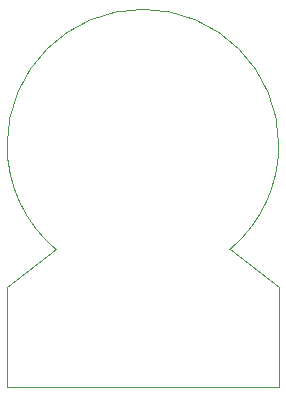
<source format=gbr>
%TF.GenerationSoftware,KiCad,Pcbnew,8.0.1*%
%TF.CreationDate,2024-04-05T10:06:49-05:00*%
%TF.ProjectId,UWB_Antenna_Circular,5557425f-416e-4746-956e-6e615f436972,rev?*%
%TF.SameCoordinates,Original*%
%TF.FileFunction,Profile,NP*%
%FSLAX46Y46*%
G04 Gerber Fmt 4.6, Leading zero omitted, Abs format (unit mm)*
G04 Created by KiCad (PCBNEW 8.0.1) date 2024-04-05 10:06:49*
%MOMM*%
%LPD*%
G01*
G04 APERTURE LIST*
%TA.AperFunction,Profile*%
%ADD10C,0.050000*%
%TD*%
G04 APERTURE END LIST*
D10*
X90000000Y-93500000D02*
X94114472Y-90314986D01*
X113000000Y-93500000D02*
X113000000Y-102000000D01*
X90000000Y-81500000D02*
G75*
G02*
X113000000Y-81500000I11500000J0D01*
G01*
X94114472Y-90314986D02*
G75*
G02*
X90000000Y-81500000I7385528J8814986D01*
G01*
X90000000Y-102000000D02*
X90000000Y-93500000D01*
X108862121Y-90334545D02*
X113000000Y-93500000D01*
X113000000Y-81500000D02*
G75*
G02*
X108862121Y-90334545I-11500000J0D01*
G01*
X113000000Y-102000000D02*
X90000000Y-102000000D01*
M02*

</source>
